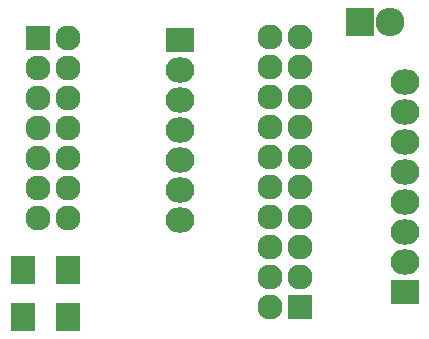
<source format=gbr>
G04 #@! TF.FileFunction,Soldermask,Top*
%FSLAX46Y46*%
G04 Gerber Fmt 4.6, Leading zero omitted, Abs format (unit mm)*
G04 Created by KiCad (PCBNEW 4.0.6) date 02/20/18 13:27:19*
%MOMM*%
%LPD*%
G01*
G04 APERTURE LIST*
%ADD10C,0.100000*%
%ADD11R,2.127200X2.127200*%
%ADD12O,2.127200X2.127200*%
%ADD13R,2.432000X2.127200*%
%ADD14O,2.432000X2.127200*%
%ADD15R,2.100000X2.400000*%
%ADD16R,2.432000X2.432000*%
%ADD17O,2.432000X2.432000*%
G04 APERTURE END LIST*
D10*
D11*
X108730000Y-69220000D03*
D12*
X111270000Y-69220000D03*
X108730000Y-71760000D03*
X111270000Y-71760000D03*
X108730000Y-74300000D03*
X111270000Y-74300000D03*
X108730000Y-76840000D03*
X111270000Y-76840000D03*
X108730000Y-79380000D03*
X111270000Y-79380000D03*
X108730000Y-81920000D03*
X111270000Y-81920000D03*
X108730000Y-84460000D03*
X111270000Y-84460000D03*
D11*
X130936200Y-92009900D03*
D12*
X128396200Y-92009900D03*
X130936200Y-89469900D03*
X128396200Y-89469900D03*
X130936200Y-86929900D03*
X128396200Y-86929900D03*
X130936200Y-84389900D03*
X128396200Y-84389900D03*
X130936200Y-81849900D03*
X128396200Y-81849900D03*
X130936200Y-79309900D03*
X128396200Y-79309900D03*
X130936200Y-76769900D03*
X128396200Y-76769900D03*
X130936200Y-74229900D03*
X128396200Y-74229900D03*
X130936200Y-71689900D03*
X128396200Y-71689900D03*
X130936200Y-69149900D03*
X128396200Y-69149900D03*
D13*
X120744200Y-69357160D03*
D14*
X120744200Y-71897160D03*
X120744200Y-74437160D03*
X120744200Y-76977160D03*
X120744200Y-79517160D03*
X120744200Y-82057160D03*
X120744200Y-84597160D03*
D13*
X139826200Y-90739900D03*
D14*
X139826200Y-88199900D03*
X139826200Y-85659900D03*
X139826200Y-83119900D03*
X139826200Y-80579900D03*
X139826200Y-78039900D03*
X139826200Y-75499900D03*
X139826200Y-72959900D03*
D15*
X107460000Y-88810000D03*
X107460000Y-92810000D03*
X111270000Y-88810000D03*
X111270000Y-92810000D03*
D16*
X136016200Y-67879900D03*
D17*
X138556200Y-67879900D03*
M02*

</source>
